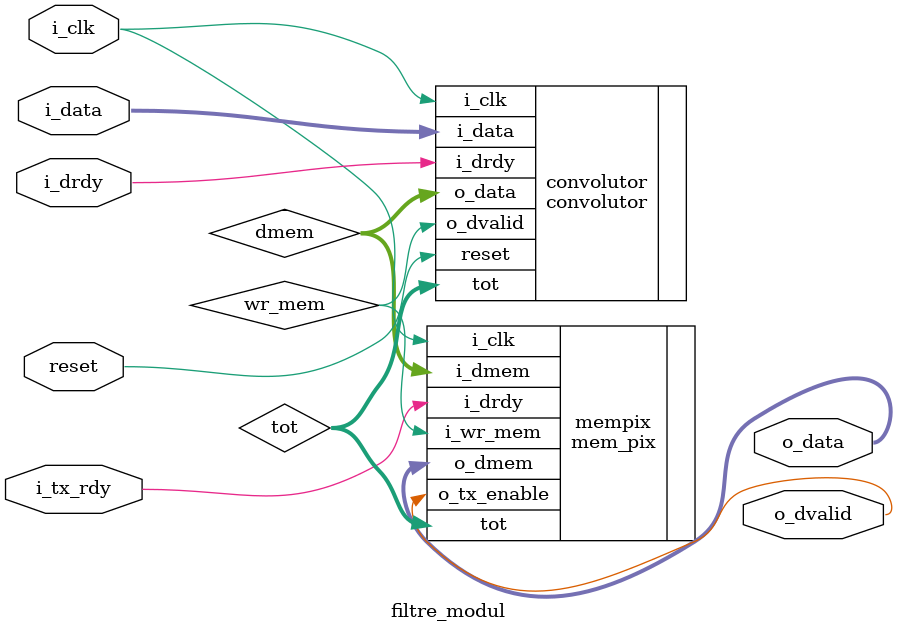
<source format=sv>
`timescale 1ns / 1ps

module filtre_modul
    #(parameter row_depth = 450,
                column_depth = 500,
                D_BITS = 8)(
    input logic i_clk,
    input logic reset,
    input logic i_drdy,
    input logic i_tx_rdy,
    input logic [D_BITS - 1:0] i_data,
    output logic [D_BITS - 1:0] o_data,
    output logic o_dvalid
    );

    logic wr_mem;
    logic [D_BITS - 1:0] dmem;
    logic [31:0] tot;

    convolutor #(
        .row_depth(row_depth),
        .column_depth(column_depth),
        .D_BITS(D_BITS)
    )convolutor (
        .i_clk(i_clk),
        .reset(reset),
        .i_drdy(i_drdy),
        .i_data(i_data),
        .o_dvalid(wr_mem),
        .o_data(dmem),
        .tot(tot)
    );

    mem_pix mempix(
        .i_clk(i_clk),
        .tot(tot),
        .i_drdy(i_tx_rdy),
        .i_dmem(dmem),
        .i_wr_mem(wr_mem),
        .o_dmem(o_data),
        .o_tx_enable(o_dvalid)
    );

endmodule

</source>
